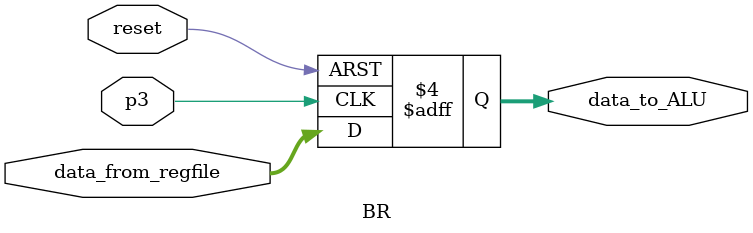
<source format=v>
module BR (
	input p3, // if (p3 == 1'b1) then update all data
	input reset, // if (reset == 1'b0) then format all data
	input [15:0] data_from_regfile,
	output reg [15:0] data_to_ALU);
	
	always @(posedge p3 or negedge reset) begin
		if (reset == 1'b0) begin
			data_to_ALU <= 16'b0000000000000000;
		end else if (p3 == 1'b1) begin
			data_to_ALU <= data_from_regfile;
		end
	end
	
endmodule	
	
</source>
